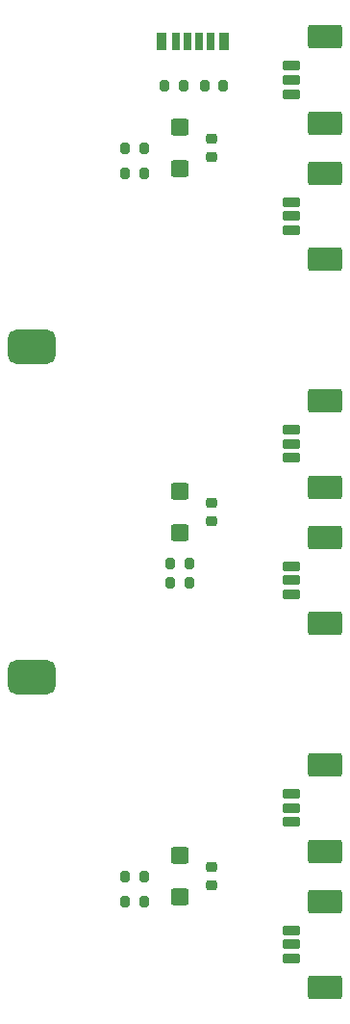
<source format=gbr>
%TF.GenerationSoftware,KiCad,Pcbnew,7.0.8*%
%TF.CreationDate,2024-03-13T10:59:52-04:00*%
%TF.ProjectId,INPUT,494e5055-542e-46b6-9963-61645f706362,rev?*%
%TF.SameCoordinates,Original*%
%TF.FileFunction,Paste,Top*%
%TF.FilePolarity,Positive*%
%FSLAX46Y46*%
G04 Gerber Fmt 4.6, Leading zero omitted, Abs format (unit mm)*
G04 Created by KiCad (PCBNEW 7.0.8) date 2024-03-13 10:59:52*
%MOMM*%
%LPD*%
G01*
G04 APERTURE LIST*
G04 Aperture macros list*
%AMRoundRect*
0 Rectangle with rounded corners*
0 $1 Rounding radius*
0 $2 $3 $4 $5 $6 $7 $8 $9 X,Y pos of 4 corners*
0 Add a 4 corners polygon primitive as box body*
4,1,4,$2,$3,$4,$5,$6,$7,$8,$9,$2,$3,0*
0 Add four circle primitives for the rounded corners*
1,1,$1+$1,$2,$3*
1,1,$1+$1,$4,$5*
1,1,$1+$1,$6,$7*
1,1,$1+$1,$8,$9*
0 Add four rect primitives between the rounded corners*
20,1,$1+$1,$2,$3,$4,$5,0*
20,1,$1+$1,$4,$5,$6,$7,0*
20,1,$1+$1,$6,$7,$8,$9,0*
20,1,$1+$1,$8,$9,$2,$3,0*%
G04 Aperture macros list end*
%ADD10RoundRect,0.200000X-0.200000X-0.275000X0.200000X-0.275000X0.200000X0.275000X-0.200000X0.275000X0*%
%ADD11RoundRect,0.300000X-0.500000X0.450000X-0.500000X-0.450000X0.500000X-0.450000X0.500000X0.450000X0*%
%ADD12RoundRect,0.750000X1.350000X-0.750000X1.350000X0.750000X-1.350000X0.750000X-1.350000X-0.750000X0*%
%ADD13RoundRect,0.200000X0.600000X-0.200000X0.600000X0.200000X-0.600000X0.200000X-0.600000X-0.200000X0*%
%ADD14RoundRect,0.250001X1.249998X-0.799999X1.249998X0.799999X-1.249998X0.799999X-1.249998X-0.799999X0*%
%ADD15RoundRect,0.225000X0.250000X-0.225000X0.250000X0.225000X-0.250000X0.225000X-0.250000X-0.225000X0*%
%ADD16RoundRect,0.200000X0.200000X0.275000X-0.200000X0.275000X-0.200000X-0.275000X0.200000X-0.275000X0*%
%ADD17R,0.700000X1.600000*%
%ADD18R,0.800000X1.600000*%
%ADD19R,0.900000X1.600000*%
G04 APERTURE END LIST*
D10*
%TO.C,R5*%
X20175001Y-18249999D03*
X21825001Y-18249999D03*
%TD*%
D11*
%TO.C,D1*%
X25000000Y-78200000D03*
X25000000Y-81800000D03*
%TD*%
D12*
%TO.C,BT1*%
X12000000Y-33500000D03*
X12000000Y-62500000D03*
%TD*%
D10*
%TO.C,R3*%
X24175000Y-54250000D03*
X25825000Y-54250000D03*
%TD*%
D13*
%TO.C,J4*%
X34850000Y-55250000D03*
X34850000Y-54000000D03*
X34850000Y-52750000D03*
D14*
X37749988Y-50200001D03*
X37749988Y-57800011D03*
%TD*%
D10*
%TO.C,R6*%
X20175000Y-16000000D03*
X21825000Y-16000000D03*
%TD*%
D15*
%TO.C,C1*%
X27750000Y-80775000D03*
X27750000Y-79225000D03*
%TD*%
D16*
%TO.C,R8*%
X28825000Y-10500000D03*
X27175000Y-10500000D03*
%TD*%
D13*
%TO.C,J6*%
X34850000Y-23250000D03*
X34850000Y-22000000D03*
X34850000Y-20750000D03*
D14*
X37749988Y-25799999D03*
X37749988Y-18199999D03*
%TD*%
D10*
%TO.C,R1*%
X20175000Y-82250000D03*
X21825000Y-82250000D03*
%TD*%
D13*
%TO.C,J3*%
X34850000Y-43250000D03*
X34850000Y-42000000D03*
X34850000Y-40750000D03*
D14*
X37749988Y-45800010D03*
X37749988Y-38200000D03*
%TD*%
D11*
%TO.C,D3*%
X25000001Y-14200001D03*
X25000001Y-17800001D03*
%TD*%
D17*
%TO.C,P1*%
X26662000Y-6667000D03*
D18*
X24642000Y-6667000D03*
D19*
X23412000Y-6667000D03*
D17*
X25662000Y-6667000D03*
D18*
X27682000Y-6667000D03*
D19*
X28912000Y-6667000D03*
%TD*%
D13*
%TO.C,J1*%
X34850000Y-75250000D03*
X34850000Y-74000000D03*
X34850000Y-72750000D03*
D14*
X37749988Y-70200012D03*
X37749988Y-77799997D03*
%TD*%
D15*
%TO.C,C3*%
X27750000Y-16775000D03*
X27750000Y-15225000D03*
%TD*%
D10*
%TO.C,R4*%
X24175000Y-52500000D03*
X25825000Y-52500000D03*
%TD*%
D13*
%TO.C,J2*%
X34850000Y-87250000D03*
X34850000Y-86000000D03*
X34850000Y-84750000D03*
D14*
X37749988Y-82199988D03*
X37749988Y-89799998D03*
%TD*%
D10*
%TO.C,R2*%
X20175000Y-80000000D03*
X21825000Y-80000000D03*
%TD*%
D13*
%TO.C,J5*%
X34850000Y-11250000D03*
X34850000Y-10000000D03*
X34850000Y-8750000D03*
D14*
X37749988Y-6200000D03*
X37749988Y-13800000D03*
%TD*%
D10*
%TO.C,R7*%
X23675000Y-10500000D03*
X25325000Y-10500000D03*
%TD*%
D11*
%TO.C,D2*%
X25000000Y-46200000D03*
X25000000Y-49800000D03*
%TD*%
D15*
%TO.C,C2*%
X27750000Y-48775000D03*
X27750000Y-47225000D03*
%TD*%
M02*

</source>
